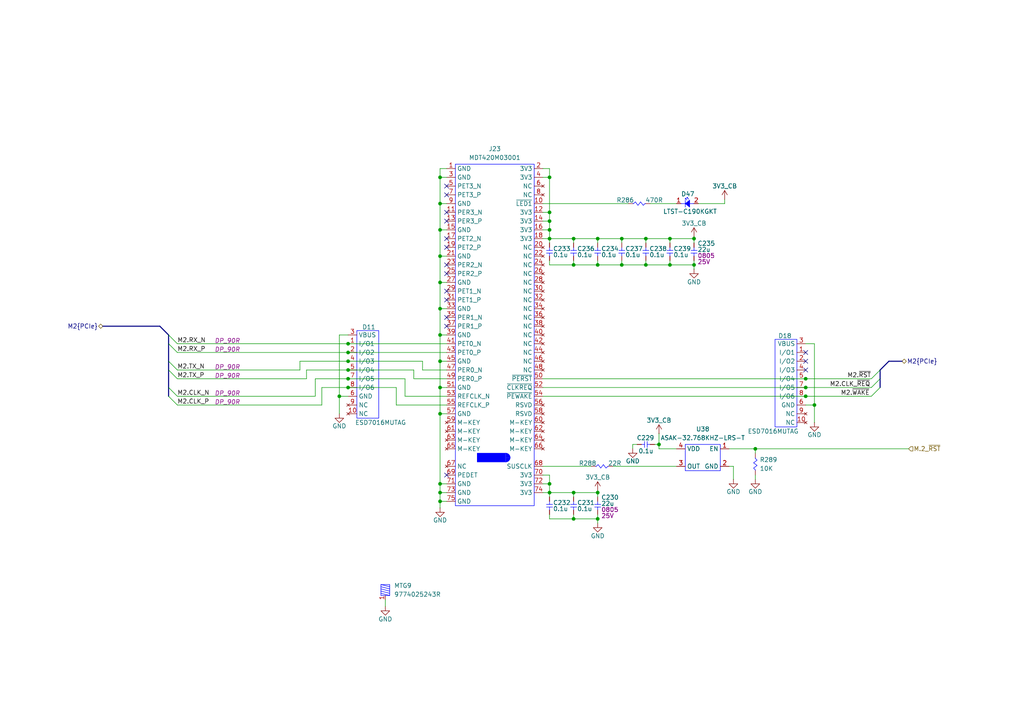
<source format=kicad_sch>
(kicad_sch (version 20250114) (generator "eeschema") (generator_version "9.0")
  (paper "A4")
  (title_block (title "RPI CMx Carrier") (date "2026-01-22") (rev "2.00-0A") (comment 1 "Jean-Francois Bilodeau") (comment 2 "P.Eng #6022173") (comment 3 "203-1690 Rue des quatre-saisons") (comment 4 "Sherbrooke, Canada, J1E0N2") (comment 5 "KiCad Rev 9.0") (comment 6 "Jean-Francois Bilodeau") (comment 7 "Not applicable") (comment 8 "Preliminary") (comment 9 "RPI_CMx_Carrier_2.00-0A_BOM"))
  (lib_symbols
    (symbol "KiCad_Pwr_Symbols:+3V3" (power) (pin_numbers (hide yes)) (pin_names (offset 0) (hide yes))
      (property "Value" "+3V3" (at 0 3.556 0))
      (symbol "+3V3_0_1"
        (polyline (pts (xy -0.762 1.27) (xy 0 2.54)))
        (polyline (pts (xy 0 2.54) (xy 0.762 1.27)))
        (polyline (pts (xy 0 0) (xy 0 2.54)))
      )
      (symbol "+3V3_1_1"
        (pin power_in line (at 0 0 90) (length 0) (name "~") (number "1"))
      )
    )
    (symbol "KiCad_Pwr_Symbols:GND" (power) (pin_numbers (hide yes)) (pin_names (offset 0) (hide yes))
      (property "Value" "GND" (at 0 -3.81 0))
      (symbol "GND_0_1"
        (polyline (pts (xy 0 0) (xy 0 -1.27) (xy 1.27 -1.27) (xy 0 -2.54) (xy -1.27 -1.27) (xy 0 -1.27)))
      )
      (symbol "GND_1_1"
        (pin power_in line (at 0 0 270) (length 0) (name "~") (number "1"))
      )
    )
    (symbol "KicadCompDb:Capacitors/CAP_CER_SMT_00001" (pin_numbers (hide yes)) (pin_names (offset 0) (hide yes))
      (property "Reference" "C" (at 2.54 1.651 0))
      (property "Value" "0.1u" (at 1.524 -1.524 0))
      (symbol "Capacitors/CAP_CER_SMT_00001_1_1"
        (polyline (pts (xy 2.159 0.889) (xy 2.159 -0.889)) (stroke (width 0) (color 0 0 255 1)))
        (polyline (pts (xy 2.159 0) (xy 1.27 0)) (stroke (width 0) (color 0 0 255 1)))
        (polyline (pts (xy 2.921 0.889) (xy 2.921 -0.889)) (stroke (width 0) (color 0 0 255 1)))
        (polyline (pts (xy 3.81 0) (xy 2.921 0)) (stroke (width 0) (color 0 0 255 1)))
        (pin passive line (at 0 0 0) (length 1.27) (name "") (number "1"))
        (pin passive line (at 5.08 0 180) (length 1.27) (name "") (number "2"))
      )
    )
    (symbol "KicadCompDb:Capacitors/CAP_CER_SMT_00011" (pin_numbers (hide yes)) (pin_names (offset 0) (hide yes))
      (property "Reference" "C" (at 2.54 1.651 0))
      (property "Value" "22u" (at 1.524 -1.524 0))
      (property "Package" "0805" (at 0 -16.256 0))
      (property "Voltage Rating" "25V" (at 0 0 0))
      (symbol "Capacitors/CAP_CER_SMT_00011_1_1"
        (polyline (pts (xy 2.159 0.889) (xy 2.159 -0.889)) (stroke (width 0) (color 0 0 255 1)))
        (polyline (pts (xy 2.159 0) (xy 1.27 0)) (stroke (width 0) (color 0 0 255 1)))
        (polyline (pts (xy 2.921 0.889) (xy 2.921 -0.889)) (stroke (width 0) (color 0 0 255 1)))
        (polyline (pts (xy 3.81 0) (xy 2.921 0)) (stroke (width 0) (color 0 0 255 1)))
        (pin passive line (at 0 0 0) (length 1.27) (name "") (number "1"))
        (pin passive line (at 5.08 0 180) (length 1.27) (name "") (number "2"))
      )
    )
    (symbol "KicadCompDb:Connector/CONN_00021"
      (property "Reference" "J" (at 6.35 1.27 0))
      (property "Value" "MDT420M03001" (at 0 0 0))
      (symbol "Connector/CONN_00021_0_1"
        (polyline (pts (xy 14.605 -83.82) (xy 6.35 -83.82) (xy 6.35 -86.36) (xy 14.605 -86.36)) (stroke (width 0) (color 0 0 255 1)) (fill (type outline)))
        (arc (start 14.605 -83.82) (mid 15.503 -84.192) (end 15.875 -85.09) (stroke (width 0) (color 0 0 255 1)) (fill (type outline)))
        (arc (start 15.875 -85.09) (mid 15.503 -85.988) (end 14.605 -86.36) (stroke (width 0) (color 0 0 255 1)) (fill (type outline)))
      )
      (symbol "Connector/CONN_00021_1_0"
        (pin output line (at -2.54 -52.07 0) (length 2.54) (name "PET0_N") (number "41"))
        (pin output line (at -2.54 -54.61 0) (length 2.54) (name "PET0_P") (number "43"))
        (pin power_in line (at -2.54 -57.15 0) (length 2.54) (name "GND") (number "45"))
        (pin input line (at -2.54 -59.69 0) (length 2.54) (name "PER0_N") (number "47"))
        (pin input line (at -2.54 -62.23 0) (length 2.54) (name "PER0_P") (number "49"))
        (pin power_in line (at -2.54 -64.77 0) (length 2.54) (name "GND") (number "51"))
        (pin input line (at -2.54 -67.31 0) (length 2.54) (name "REFCLK_N") (number "53"))
        (pin input line (at -2.54 -69.85 0) (length 2.54) (name "REFCLK_P") (number "55"))
        (pin power_in line (at -2.54 -72.39 0) (length 2.54) (name "GND") (number "57"))
        (pin no_connect line (at -2.54 -74.93 0) (length 2.54) (name "M-KEY") (number "59"))
        (pin no_connect line (at -2.54 -77.47 0) (length 2.54) (name "M-KEY") (number "61"))
        (pin no_connect line (at -2.54 -80.01 0) (length 2.54) (name "M-KEY") (number "63"))
        (pin no_connect line (at -2.54 -82.55 0) (length 2.54) (name "M-KEY") (number "65"))
        (pin no_connect line (at -2.54 -87.63 0) (length 2.54) (name "NC") (number "67"))
        (pin input line (at -2.54 -90.17 0) (length 2.54) (name "PEDET") (number "69"))
        (pin power_in line (at -2.54 -92.71 0) (length 2.54) (name "GND") (number "71"))
        (pin power_in line (at -2.54 -95.25 0) (length 2.54) (name "GND") (number "73"))
        (pin power_in line (at -2.54 -97.79 0) (length 2.54) (name "GND") (number "75"))
        (pin no_connect line (at 25.4 -52.07 180) (length 2.54) (name "NC") (number "42"))
        (pin no_connect line (at 25.4 -54.61 180) (length 2.54) (name "NC") (number "44"))
        (pin no_connect line (at 25.4 -57.15 180) (length 2.54) (name "NC") (number "46"))
        (pin no_connect line (at 25.4 -59.69 180) (length 2.54) (name "NC") (number "48"))
        (pin input line (at 25.4 -62.23 180) (length 2.54) (name "~{PERST}") (number "50"))
        (pin bidirectional line (at 25.4 -64.77 180) (length 2.54) (name "~{CLKREQ}") (number "52"))
        (pin bidirectional line (at 25.4 -67.31 180) (length 2.54) (name "~{PEWAKE}") (number "54"))
        (pin no_connect line (at 25.4 -69.85 180) (length 2.54) (name "RSVD") (number "56"))
        (pin no_connect line (at 25.4 -72.39 180) (length 2.54) (name "RSVD") (number "58"))
        (pin no_connect line (at 25.4 -74.93 180) (length 2.54) (name "M-KEY") (number "60"))
        (pin no_connect line (at 25.4 -77.47 180) (length 2.54) (name "M-KEY") (number "62"))
        (pin no_connect line (at 25.4 -80.01 180) (length 2.54) (name "M-KEY") (number "64"))
        (pin no_connect line (at 25.4 -82.55 180) (length 2.54) (name "M-KEY") (number "66"))
        (pin input line (at 25.4 -87.63 180) (length 2.54) (name "SUSCLK") (number "68"))
        (pin power_in line (at 25.4 -90.17 180) (length 2.54) (name "3V3") (number "70"))
        (pin power_in line (at 25.4 -92.71 180) (length 2.54) (name "3V3") (number "72"))
        (pin power_in line (at 25.4 -95.25 180) (length 2.54) (name "3V3") (number "74"))
      )
      (symbol "Connector/CONN_00021_1_1"
        (rectangle (start 0 0) (end 22.86 -99.06) (stroke (width 0) (color 0 0 255 1)))
        (pin power_in line (at -2.54 -1.27 0) (length 2.54) (name "GND") (number "1"))
        (pin power_in line (at -2.54 -3.81 0) (length 2.54) (name "GND") (number "3"))
        (pin output line (at -2.54 -6.35 0) (length 2.54) (name "PET3_N") (number "5"))
        (pin output line (at -2.54 -8.89 0) (length 2.54) (name "PET3_P") (number "7"))
        (pin power_in line (at -2.54 -11.43 0) (length 2.54) (name "GND") (number "9"))
        (pin input line (at -2.54 -13.97 0) (length 2.54) (name "PER3_N") (number "11"))
        (pin input line (at -2.54 -16.51 0) (length 2.54) (name "PER3_P") (number "13"))
        (pin power_in line (at -2.54 -19.05 0) (length 2.54) (name "GND") (number "15"))
        (pin output line (at -2.54 -21.59 0) (length 2.54) (name "PET2_N") (number "17"))
        (pin output line (at -2.54 -24.13 0) (length 2.54) (name "PET2_P") (number "19"))
        (pin power_in line (at -2.54 -26.67 0) (length 2.54) (name "GND") (number "21"))
        (pin input line (at -2.54 -29.21 0) (length 2.54) (name "PER2_N") (number "23"))
        (pin input line (at -2.54 -31.75 0) (length 2.54) (name "PER2_P") (number "25"))
        (pin power_in line (at -2.54 -34.29 0) (length 2.54) (name "GND") (number "27"))
        (pin output line (at -2.54 -36.83 0) (length 2.54) (name "PET1_N") (number "29"))
        (pin output line (at -2.54 -39.37 0) (length 2.54) (name "PET1_P") (number "31"))
        (pin power_in line (at -2.54 -41.91 0) (length 2.54) (name "GND") (number "33"))
        (pin input line (at -2.54 -44.45 0) (length 2.54) (name "PER1_N") (number "35"))
        (pin input line (at -2.54 -46.99 0) (length 2.54) (name "PER1_P") (number "37"))
        (pin power_in line (at -2.54 -49.53 0) (length 2.54) (name "GND") (number "39"))
        (pin no_connect line (at 11.43 -101.6 90) (length 2.54) (hide yes) (name "NC") (number "0"))
        (pin power_in line (at 25.4 -1.27 180) (length 2.54) (name "3V3") (number "2"))
        (pin power_in line (at 25.4 -3.81 180) (length 2.54) (name "3V3") (number "4"))
        (pin no_connect line (at 25.4 -6.35 180) (length 2.54) (name "NC") (number "6"))
        (pin no_connect line (at 25.4 -8.89 180) (length 2.54) (name "NC") (number "8"))
        (pin output line (at 25.4 -11.43 180) (length 2.54) (name "~{LED1}") (number "10"))
        (pin power_in line (at 25.4 -13.97 180) (length 2.54) (name "3V3") (number "12"))
        (pin power_in line (at 25.4 -16.51 180) (length 2.54) (name "3V3") (number "14"))
        (pin power_in line (at 25.4 -19.05 180) (length 2.54) (name "3V3") (number "16"))
        (pin power_in line (at 25.4 -21.59 180) (length 2.54) (name "3V3") (number "18"))
        (pin no_connect line (at 25.4 -24.13 180) (length 2.54) (name "NC") (number "20"))
        (pin no_connect line (at 25.4 -26.67 180) (length 2.54) (name "NC") (number "22"))
        (pin no_connect line (at 25.4 -29.21 180) (length 2.54) (name "NC") (number "24"))
        (pin no_connect line (at 25.4 -31.75 180) (length 2.54) (name "NC") (number "26"))
        (pin no_connect line (at 25.4 -34.29 180) (length 2.54) (name "NC") (number "28"))
        (pin no_connect line (at 25.4 -36.83 180) (length 2.54) (name "NC") (number "30"))
        (pin no_connect line (at 25.4 -39.37 180) (length 2.54) (name "NC") (number "32"))
        (pin no_connect line (at 25.4 -41.91 180) (length 2.54) (name "NC") (number "34"))
        (pin no_connect line (at 25.4 -44.45 180) (length 2.54) (name "NC") (number "36"))
        (pin no_connect line (at 25.4 -46.99 180) (length 2.54) (name "NC") (number "38"))
        (pin no_connect line (at 25.4 -49.53 180) (length 2.54) (name "NC") (number "40"))
      )
    )
    (symbol "KicadCompDb:Diodes/DIODE_00007" (pin_names (offset 0) (hide yes))
      (property "Reference" "D" (at 2.032 2.794 0))
      (property "Value" "LTST-C190KGKT" (at 1.524 -1.524 0))
      (symbol "Diodes/DIODE_00007_0_1"
        (polyline (pts (xy 1.27 1.524) (xy 1.524 1.524)) (stroke (width 0) (color 0 0 255 1)))
        (polyline (pts (xy 1.27 0.254) (xy 1.27 -1.016) (xy 1.27 -1.016)) (stroke (width 0) (color 0 0 255 1)))
        (polyline (pts (xy 1.27 0) (xy 0.254 0)) (stroke (width 0) (color 0 0 255 1)))
        (polyline (pts (xy 1.27 0) (xy 1.27 0.508) (xy 1.27 1.016) (xy 1.27 1.016)) (stroke (width 0) (color 0 0 255 1)))
        (polyline (pts (xy 1.778 1.778) (xy 1.778 1.524)) (stroke (width 0) (color 0 0 255 1)))
        (polyline (pts (xy 1.778 1.778) (xy 2.032 1.778)) (stroke (width 0) (color 0 0 255 1)))
        (polyline (pts (xy 1.778 1.016) (xy 1.27 1.524) (xy 1.27 1.27)) (stroke (width 0) (color 0 0 255 1)))
        (polyline (pts (xy 2.286 1.27) (xy 1.778 1.778)) (stroke (width 0) (color 0 0 255 1)))
        (polyline (pts (xy 2.54 0) (xy 3.556 0)) (stroke (width 0) (color 0 0 255 1)))
        (polyline (pts (xy 2.54 0) (xy 2.54 1.016) (xy 1.27 0) (xy 2.54 -1.016) (xy 2.54 0)) (stroke (width 0) (color 0 0 255 1)) (fill (type outline)))
      )
      (symbol "Diodes/DIODE_00007_1_1"
        (polyline (pts (xy 0.254 0) (xy 0 0)) (stroke (width 0) (color 0 0 255 1)))
        (polyline (pts (xy 3.81 0) (xy 3.556 0)) (stroke (width 0) (color 0 0 255 1)))
        (pin passive line (at -1.27 0 0) (length 1.27) (name "K") (number "1"))
        (pin passive line (at 5.08 0 180) (length 1.27) (name "A") (number "2"))
      )
    )
    (symbol "KicadCompDb:ESD Diodes/ESD_DIODE_00001"
      (property "Reference" "D" (at 3.048 1.016 0))
      (property "Value" "ESD7016MUTAG" (at 0 0 0))
      (symbol "ESD Diodes/ESD_DIODE_00001_0_1"
        (rectangle (start 0 0) (end 6.35 -25.4) (stroke (width 0) (color 0 0 255 1)))
      )
      (symbol "ESD Diodes/ESD_DIODE_00001_1_1"
        (pin power_in line (at -2.54 -1.27 0) (length 2.54) (name "VBUS") (number "3"))
        (pin input line (at -2.54 -3.81 0) (length 2.54) (name "I/O1") (number "1"))
        (pin input line (at -2.54 -6.35 0) (length 2.54) (name "I/O2") (number "2"))
        (pin input line (at -2.54 -8.89 0) (length 2.54) (name "I/O3") (number "4"))
        (pin input line (at -2.54 -11.43 0) (length 2.54) (name "I/O4") (number "5"))
        (pin input line (at -2.54 -13.97 0) (length 2.54) (name "I/O5") (number "7"))
        (pin input line (at -2.54 -16.51 0) (length 2.54) (name "I/O6") (number "8"))
        (pin power_in line (at -2.54 -19.05 0) (length 2.54) (name "GND") (number "6"))
        (pin no_connect line (at -2.54 -21.59 0) (length 2.54) (name "NC") (number "9"))
        (pin no_connect line (at -2.54 -24.13 0) (length 2.54) (name "NC") (number "10"))
      )
    )
    (symbol "KicadCompDb:Miscellaneous/MISC_00009"
      (property "Reference" "MTG" (at 1.27 1.27 0))
      (property "Value" "9774025243R" (at 0 0 0))
      (symbol "Miscellaneous/MISC_00009_0_1"
        (polyline (pts (xy 0 0) (xy 2.54 -0.635)) (stroke (width 0) (color 0 0 255 1)))
        (rectangle (start 0 0) (end 2.54 -3.175) (stroke (width 0) (color 0 0 255 1)))
        (polyline (pts (xy 0 -0.635) (xy 2.54 -1.27)) (stroke (width 0) (color 0 0 255 1)))
        (polyline (pts (xy 0 -1.27) (xy 2.54 -1.905)) (stroke (width 0) (color 0 0 255 1)))
        (polyline (pts (xy 0 -1.905) (xy 2.54 -2.54)) (stroke (width 0) (color 0 0 255 1)))
        (polyline (pts (xy 0 -2.54) (xy 2.54 -3.175)) (stroke (width 0) (color 0 0 255 1)))
      )
      (symbol "Miscellaneous/MISC_00009_1_1"
        (pin power_in line (at 1.27 -4.445 90) (length 1.27) (name "") (number "1"))
      )
    )
    (symbol "KicadCompDb:Oscillator/OSC_00002"
      (property "Reference" "U" (at 5.08 1.016 0))
      (property "Value" "ASAK-32.768KHZ-LRS-T" (at 0 0 0))
      (symbol "Oscillator/OSC_00002_0_1"
        (rectangle (start 0 0) (end 10.16 -7.62) (stroke (width 0) (color 0 0 255 1)))
        (polyline (pts (xy 3.556 -3.81) (xy 3.556 -3.81)) (stroke (width 0) (color 0 0 255 1)))
        (polyline (pts (xy 10.16 -3.81) (xy 10.16 -3.81)) (stroke (width 0) (color 0 0 255 1)))
      )
      (symbol "Oscillator/OSC_00002_1_1"
        (pin input line (at -2.54 -1.27 0) (length 2.54) (name "EN") (number "1"))
        (pin power_in line (at -2.54 -6.35 0) (length 2.54) (name "GND") (number "2"))
        (pin power_in line (at 12.7 -1.27 180) (length 2.54) (name "VDD") (number "4"))
        (pin output line (at 12.7 -6.35 180) (length 2.54) (name "OUT") (number "3"))
      )
    )
    (symbol "KicadCompDb:Resistors/RES_SMT_00013" (pin_numbers (hide yes)) (pin_names (offset 0) (hide yes))
      (property "Reference" "R" (at 1.524 1.524 0))
      (property "Value" "10K" (at 1.524 -1.524 0))
      (symbol "Resistors/RES_SMT_00013_1_1"
        (polyline (pts (xy 0.254 0) (xy 0 0)) (stroke (width 0) (color 0 0 255 1)))
        (polyline (pts (xy 0.254 0) (xy 0.762 0.508) (xy 1.524 -0.508) (xy 2.286 0.508) (xy 3.048 -0.508) (xy 3.556 0)) (stroke (width 0) (color 0 0 255 1)))
        (polyline (pts (xy 3.81 0) (xy 3.556 0)) (stroke (width 0) (color 0 0 255 1)))
        (pin passive line (at -1.27 0 0) (length 1.27) (name "") (number "1"))
        (pin passive line (at 5.08 0 180) (length 1.27) (name "") (number "2"))
      )
    )
    (symbol "KicadCompDb:Resistors/RES_SMT_00015" (pin_numbers (hide yes)) (pin_names (offset 0) (hide yes))
      (property "Reference" "R" (at 1.524 1.524 0))
      (property "Value" "22R" (at 1.524 -1.524 0))
      (symbol "Resistors/RES_SMT_00015_1_1"
        (polyline (pts (xy 0.254 0) (xy 0 0)) (stroke (width 0) (color 0 0 255 1)))
        (polyline (pts (xy 0.254 0) (xy 0.762 0.508) (xy 1.524 -0.508) (xy 2.286 0.508) (xy 3.048 -0.508) (xy 3.556 0)) (stroke (width 0) (color 0 0 255 1)))
        (polyline (pts (xy 3.81 0) (xy 3.556 0)) (stroke (width 0) (color 0 0 255 1)))
        (pin passive line (at -1.27 0 0) (length 1.27) (name "") (number "1"))
        (pin passive line (at 5.08 0 180) (length 1.27) (name "") (number "2"))
      )
    )
    (symbol "KicadCompDb:Resistors/RES_SMT_00019" (pin_numbers (hide yes)) (pin_names (offset 0) (hide yes))
      (property "Reference" "R" (at 1.524 1.524 0))
      (property "Value" "470R" (at 1.524 -1.524 0))
      (symbol "Resistors/RES_SMT_00019_1_1"
        (polyline (pts (xy 0.254 0) (xy 0 0)) (stroke (width 0) (color 0 0 255 1)))
        (polyline (pts (xy 0.254 0) (xy 0.762 0.508) (xy 1.524 -0.508) (xy 2.286 0.508) (xy 3.048 -0.508) (xy 3.556 0)) (stroke (width 0) (color 0 0 255 1)))
        (polyline (pts (xy 3.81 0) (xy 3.556 0)) (stroke (width 0) (color 0 0 255 1)))
        (pin passive line (at -1.27 0 0) (length 1.27) (name "") (number "1"))
        (pin passive line (at 5.08 0 180) (length 1.27) (name "") (number "2"))
      )
    )
  )
  (junction (at 180.34 76.835))
  (junction (at 173.355 69.215))
  (junction (at 173.355 150.495))
  (junction (at 233.68 109.855))
  (junction (at 127.635 140.335))
  (junction (at 159.385 61.595))
  (junction (at 166.37 69.215))
  (junction (at 100.965 107.315))
  (junction (at 127.635 145.415))
  (junction (at 127.635 74.295))
  (junction (at 159.385 140.335))
  (junction (at 219.075 130.175))
  (junction (at 127.635 112.395))
  (junction (at 166.37 142.875))
  (junction (at 127.635 97.155))
  (junction (at 173.355 76.835))
  (junction (at 100.965 104.775))
  (junction (at 127.635 59.055))
  (junction (at 127.635 120.015))
  (junction (at 100.965 102.235))
  (junction (at 194.31 76.835))
  (junction (at 194.31 69.215))
  (junction (at 201.295 76.835))
  (junction (at 233.68 114.935))
  (junction (at 201.295 69.215))
  (junction (at 159.385 142.875))
  (junction (at 159.385 69.215))
  (junction (at 236.22 117.475))
  (junction (at 127.635 104.775))
  (junction (at 100.965 112.395))
  (junction (at 187.325 76.835))
  (junction (at 100.965 109.855))
  (junction (at 127.635 89.535))
  (junction (at 180.34 69.215))
  (junction (at 159.385 51.435))
  (junction (at 127.635 81.915))
  (junction (at 233.68 112.395))
  (junction (at 159.385 66.675))
  (junction (at 166.37 76.835))
  (junction (at 191.135 128.905))
  (junction (at 127.635 142.875))
  (junction (at 100.965 99.695))
  (junction (at 173.355 142.875))
  (junction (at 98.425 114.935))
  (junction (at 127.635 51.435))
  (junction (at 166.37 150.495))
  (junction (at 127.635 66.675))
  (junction (at 187.325 69.215))
  (junction (at 159.385 64.135))
  (no_connect (at 129.54 92.075))
  (no_connect (at 129.54 86.995))
  (no_connect (at 129.54 56.515))
  (no_connect (at 129.54 94.615))
  (no_connect (at 129.54 76.835))
  (no_connect (at 233.68 107.315))
  (no_connect (at 129.54 79.375))
  (no_connect (at 129.54 64.135))
  (no_connect (at 129.54 84.455))
  (no_connect (at 129.54 53.975))
  (no_connect (at 233.68 102.235))
  (no_connect (at 129.54 71.755))
  (no_connect (at 129.54 61.595))
  (no_connect (at 233.68 104.775))
  (no_connect (at 129.54 137.795))
  (no_connect (at 129.54 69.215))
  (bus_entry (at 51.435 114.935) (size -2.54 -2.54))
  (bus_entry (at 51.435 109.855) (size -2.54 -2.54))
  (bus_entry (at 252.73 109.855) (size 2.54 -2.54))
  (bus_entry (at 51.435 117.475) (size -2.54 -2.54))
  (bus_entry (at 252.73 114.935) (size 2.54 -2.54))
  (bus_entry (at 51.435 99.695) (size -2.54 -2.54))
  (bus_entry (at 51.435 107.315) (size -2.54 -2.54))
  (bus_entry (at 51.435 102.235) (size -2.54 -2.54))
  (bus_entry (at 252.73 112.395) (size 2.54 -2.54))
  (wire (pts (xy 51.435 109.855) (xy 88.9 109.855)))
  (wire (pts (xy 100.965 102.235) (xy 129.54 102.235)))
  (bus (pts (xy 48.895 99.695) (xy 48.895 104.775)))
  (wire (pts (xy 159.385 48.895) (xy 159.385 51.435)))
  (wire (pts (xy 98.425 97.155) (xy 98.425 114.935)))
  (wire (pts (xy 233.68 114.935) (xy 252.73 114.935)))
  (wire (pts (xy 100.965 99.695) (xy 129.54 99.695)))
  (wire (pts (xy 91.44 109.855) (xy 100.965 109.855)))
  (wire (pts (xy 159.385 61.595) (xy 159.385 64.135)))
  (wire (pts (xy 166.37 75.565) (xy 166.37 76.835)))
  (wire (pts (xy 159.385 70.485) (xy 159.385 69.215)))
  (wire (pts (xy 187.325 69.215) (xy 194.31 69.215)))
  (wire (pts (xy 173.355 150.495) (xy 173.355 151.765)))
  (wire (pts (xy 122.555 107.315) (xy 129.54 107.315)))
  (wire (pts (xy 173.355 69.215) (xy 180.34 69.215)))
  (wire (pts (xy 51.435 99.695) (xy 100.965 99.695)))
  (wire (pts (xy 98.425 114.935) (xy 98.425 120.015)))
  (wire (pts (xy 188.595 59.055) (xy 196.215 59.055)))
  (wire (pts (xy 236.22 99.695) (xy 236.22 117.475)))
  (wire (pts (xy 88.9 107.315) (xy 88.9 109.855)))
  (wire (pts (xy 159.385 140.335) (xy 159.385 142.875)))
  (wire (pts (xy 159.385 144.145) (xy 159.385 142.875)))
  (wire (pts (xy 180.34 75.565) (xy 180.34 76.835)))
  (wire (pts (xy 219.075 130.175) (xy 219.075 131.445)))
  (wire (pts (xy 159.385 75.565) (xy 159.385 76.835)))
  (bus (pts (xy 255.27 109.855) (xy 255.27 112.395)))
  (wire (pts (xy 100.965 112.395) (xy 114.935 112.395)))
  (wire (pts (xy 157.48 48.895) (xy 159.385 48.895)))
  (wire (pts (xy 127.635 97.155) (xy 127.635 104.775)))
  (wire (pts (xy 166.37 76.835) (xy 173.355 76.835)))
  (wire (pts (xy 173.355 142.24) (xy 173.355 142.875)))
  (wire (pts (xy 127.635 145.415) (xy 129.54 145.415)))
  (wire (pts (xy 117.475 114.935) (xy 129.54 114.935)))
  (wire (pts (xy 236.22 99.695) (xy 233.68 99.695)))
  (wire (pts (xy 127.635 51.435) (xy 127.635 59.055)))
  (wire (pts (xy 187.325 75.565) (xy 187.325 76.835)))
  (wire (pts (xy 173.355 144.145) (xy 173.355 142.875)))
  (wire (pts (xy 236.22 117.475) (xy 236.22 122.555)))
  (wire (pts (xy 93.345 112.395) (xy 93.345 117.475)))
  (wire (pts (xy 201.295 76.835) (xy 201.295 78.105)))
  (wire (pts (xy 157.48 137.795) (xy 159.385 137.795)))
  (wire (pts (xy 166.37 69.215) (xy 173.355 69.215)))
  (wire (pts (xy 194.31 76.835) (xy 187.325 76.835)))
  (wire (pts (xy 127.635 74.295) (xy 127.635 81.915)))
  (wire (pts (xy 93.345 112.395) (xy 100.965 112.395)))
  (wire (pts (xy 91.44 109.855) (xy 91.44 114.935)))
  (wire (pts (xy 120.015 107.315) (xy 120.015 109.855)))
  (bus (pts (xy 48.895 104.775) (xy 48.895 107.315)))
  (wire (pts (xy 114.935 117.475) (xy 129.54 117.475)))
  (wire (pts (xy 157.48 69.215) (xy 159.385 69.215)))
  (wire (pts (xy 233.68 109.855) (xy 252.73 109.855)))
  (wire (pts (xy 127.635 120.015) (xy 129.54 120.015)))
  (wire (pts (xy 201.295 75.565) (xy 201.295 76.835)))
  (wire (pts (xy 127.635 104.775) (xy 127.635 112.395)))
  (wire (pts (xy 157.48 142.875) (xy 159.385 142.875)))
  (wire (pts (xy 180.34 70.485) (xy 180.34 69.215)))
  (wire (pts (xy 127.635 112.395) (xy 129.54 112.395)))
  (wire (pts (xy 159.385 142.875) (xy 166.37 142.875)))
  (wire (pts (xy 210.185 57.785) (xy 210.185 59.055)))
  (wire (pts (xy 111.76 173.99) (xy 111.76 175.895)))
  (wire (pts (xy 157.48 64.135) (xy 159.385 64.135)))
  (wire (pts (xy 127.635 145.415) (xy 127.635 147.32)))
  (wire (pts (xy 180.34 76.835) (xy 173.355 76.835)))
  (wire (pts (xy 233.68 117.475) (xy 236.22 117.475)))
  (wire (pts (xy 100.965 107.315) (xy 120.015 107.315)))
  (wire (pts (xy 120.015 109.855) (xy 129.54 109.855)))
  (wire (pts (xy 127.635 81.915) (xy 127.635 89.535)))
  (wire (pts (xy 127.635 97.155) (xy 129.54 97.155)))
  (wire (pts (xy 127.635 140.335) (xy 127.635 142.875)))
  (bus (pts (xy 48.895 97.155) (xy 48.895 99.695)))
  (wire (pts (xy 127.635 48.895) (xy 127.635 51.435)))
  (bus (pts (xy 48.895 112.395) (xy 48.895 114.935)))
  (wire (pts (xy 183.515 128.905) (xy 183.515 130.175)))
  (wire (pts (xy 157.48 140.335) (xy 159.385 140.335)))
  (wire (pts (xy 51.435 102.235) (xy 100.965 102.235)))
  (wire (pts (xy 177.8 135.255) (xy 196.215 135.255)))
  (wire (pts (xy 114.935 112.395) (xy 114.935 117.475)))
  (wire (pts (xy 159.385 149.225) (xy 159.385 150.495)))
  (wire (pts (xy 201.295 70.485) (xy 201.295 69.215)))
  (wire (pts (xy 157.48 51.435) (xy 159.385 51.435)))
  (wire (pts (xy 86.995 104.775) (xy 100.965 104.775)))
  (wire (pts (xy 211.455 135.255) (xy 212.725 135.255)))
  (wire (pts (xy 127.635 51.435) (xy 129.54 51.435)))
  (wire (pts (xy 157.48 109.855) (xy 233.68 109.855)))
  (bus (pts (xy 257.81 104.775) (xy 255.27 107.315)))
  (wire (pts (xy 263.525 130.175) (xy 219.075 130.175)))
  (wire (pts (xy 183.515 128.905) (xy 184.785 128.905)))
  (wire (pts (xy 157.48 114.935) (xy 233.68 114.935)))
  (wire (pts (xy 51.435 107.315) (xy 86.995 107.315)))
  (bus (pts (xy 29.845 94.615) (xy 46.355 94.615)))
  (wire (pts (xy 202.565 59.055) (xy 210.185 59.055)))
  (wire (pts (xy 194.31 70.485) (xy 194.31 69.215)))
  (wire (pts (xy 117.475 109.855) (xy 117.475 114.935)))
  (wire (pts (xy 127.635 66.675) (xy 129.54 66.675)))
  (wire (pts (xy 194.31 69.215) (xy 201.295 69.215)))
  (wire (pts (xy 187.325 76.835) (xy 180.34 76.835)))
  (wire (pts (xy 191.135 128.905) (xy 191.135 130.175)))
  (wire (pts (xy 166.37 144.145) (xy 166.37 142.875)))
  (wire (pts (xy 127.635 74.295) (xy 129.54 74.295)))
  (wire (pts (xy 127.635 89.535) (xy 129.54 89.535)))
  (wire (pts (xy 51.435 117.475) (xy 93.345 117.475)))
  (wire (pts (xy 127.635 89.535) (xy 127.635 97.155)))
  (wire (pts (xy 191.135 125.73) (xy 191.135 128.905)))
  (wire (pts (xy 86.995 104.775) (xy 86.995 107.315)))
  (wire (pts (xy 166.37 142.875) (xy 173.355 142.875)))
  (wire (pts (xy 166.37 150.495) (xy 166.37 149.225)))
  (wire (pts (xy 88.9 107.315) (xy 100.965 107.315)))
  (wire (pts (xy 159.385 66.675) (xy 159.385 69.215)))
  (wire (pts (xy 159.385 64.135) (xy 159.385 66.675)))
  (wire (pts (xy 166.37 69.215) (xy 166.37 70.485)))
  (wire (pts (xy 159.385 76.835) (xy 166.37 76.835)))
  (wire (pts (xy 127.635 142.875) (xy 129.54 142.875)))
  (wire (pts (xy 100.965 114.935) (xy 98.425 114.935)))
  (wire (pts (xy 157.48 112.395) (xy 233.68 112.395)))
  (wire (pts (xy 173.355 150.495) (xy 166.37 150.495)))
  (wire (pts (xy 127.635 66.675) (xy 127.635 74.295)))
  (bus (pts (xy 48.895 107.315) (xy 48.895 112.395)))
  (wire (pts (xy 159.385 150.495) (xy 166.37 150.495)))
  (wire (pts (xy 127.635 142.875) (xy 127.635 145.415)))
  (wire (pts (xy 100.965 104.775) (xy 122.555 104.775)))
  (wire (pts (xy 127.635 81.915) (xy 129.54 81.915)))
  (wire (pts (xy 159.385 69.215) (xy 166.37 69.215)))
  (wire (pts (xy 189.865 128.905) (xy 191.135 128.905)))
  (wire (pts (xy 219.075 137.795) (xy 219.075 139.065)))
  (wire (pts (xy 127.635 48.895) (xy 129.54 48.895)))
  (wire (pts (xy 233.68 112.395) (xy 252.73 112.395)))
  (wire (pts (xy 157.48 61.595) (xy 159.385 61.595)))
  (wire (pts (xy 212.725 135.255) (xy 212.725 139.065)))
  (wire (pts (xy 173.355 70.485) (xy 173.355 69.215)))
  (wire (pts (xy 157.48 66.675) (xy 159.385 66.675)))
  (wire (pts (xy 191.135 130.175) (xy 196.215 130.175)))
  (wire (pts (xy 159.385 137.795) (xy 159.385 140.335)))
  (wire (pts (xy 127.635 104.775) (xy 129.54 104.775)))
  (bus (pts (xy 46.355 94.615) (xy 48.895 97.155)))
  (wire (pts (xy 122.555 104.775) (xy 122.555 107.315)))
  (bus (pts (xy 261.62 104.775) (xy 257.81 104.775)))
  (wire (pts (xy 127.635 120.015) (xy 127.635 140.335)))
  (wire (pts (xy 127.635 59.055) (xy 129.54 59.055)))
  (wire (pts (xy 219.075 130.175) (xy 211.455 130.175)))
  (wire (pts (xy 187.325 69.215) (xy 187.325 70.485)))
  (wire (pts (xy 180.34 69.215) (xy 187.325 69.215)))
  (wire (pts (xy 127.635 59.055) (xy 127.635 66.675)))
  (wire (pts (xy 173.355 149.225) (xy 173.355 150.495)))
  (wire (pts (xy 173.355 76.835) (xy 173.355 75.565)))
  (wire (pts (xy 201.295 76.835) (xy 194.31 76.835)))
  (wire (pts (xy 157.48 135.255) (xy 171.45 135.255)))
  (wire (pts (xy 100.965 109.855) (xy 117.475 109.855)))
  (wire (pts (xy 194.31 76.835) (xy 194.31 75.565)))
  (wire (pts (xy 157.48 59.055) (xy 182.245 59.055)))
  (wire (pts (xy 127.635 112.395) (xy 127.635 120.015)))
  (wire (pts (xy 159.385 51.435) (xy 159.385 61.595)))
  (wire (pts (xy 98.425 97.155) (xy 100.965 97.155)))
  (bus (pts (xy 255.27 107.315) (xy 255.27 109.855)))
  (wire (pts (xy 201.295 68.58) (xy 201.295 69.215)))
  (wire (pts (xy 51.435 114.935) (xy 91.44 114.935)))
  (wire (pts (xy 127.635 140.335) (xy 129.54 140.335)))
  (label "M2.~{RST}" (at 245.745 109.855 0))
  (label "M2.TX_P" (at 51.435 109.855 0) (property "Netclass" "DP_90R" (at 62.23 108.966 0) (effects (font (italic yes)) (justify left))))
  (label "M2.TX_N" (at 51.435 107.315 0) (property "Netclass" "DP_90R" (at 62.23 106.426 0) (effects (font (italic yes)) (justify left))))
  (label "M2.CLK_P" (at 51.435 117.475 0) (property "Netclass" "DP_90R" (at 62.23 116.586 0) (effects (font (italic yes)) (justify left))))
  (label "M2.RX_N" (at 51.435 99.695 0) (property "Netclass" "DP_90R" (at 62.23 98.806 0) (effects (font (italic yes)) (justify left))))
  (label "M2.CLK_~{REQ}" (at 240.665 112.395 0))
  (label "M2.RX_P" (at 51.435 102.235 0) (property "Netclass" "DP_90R" (at 62.23 101.346 0) (effects (font (italic yes)) (justify left))))
  (label "M2.CLK_N" (at 51.435 114.935 0) (property "Netclass" "DP_90R" (at 62.23 114.046 0) (effects (font (italic yes)) (justify left))))
  (label "M2.~{WAKE}" (at 243.84 114.935 0))
  (hierarchical_label "M2{PCIe}" (shape bidirectional) (at 29.845 94.615 180))
  (hierarchical_label "M.2_~{RST}" (shape input) (at 263.525 130.175 0))
  (hierarchical_label "M2{PCIe}" (shape bidirectional) (at 261.62 104.775 0))
  (symbol (lib_id "KicadCompDb:Capacitors/CAP_CER_SMT_00001") (at 166.37 149.225 90) (unit 1)
    (property "Reference" "C231" (at 167.386 145.796 90) (effects (justify right)))
    (property "Value" "0.1u" (at 167.386 147.574 90) (effects (justify right)))
    (property "Footprint" "footprint:CAP_NONPOL_0402" (effects (hide yes)))
    (property "Datasheet" "https://search.murata.co.jp/Ceramy/image/img/A01X/G101/ENG/GRM155R71H104KE14-01.pdf" (effects (hide yes)))
    (property "Description" "CAP CER 0.1UF 50V X7R 0402" (effects (hide yes)))
    (property "Tolerance" "±10%" (effects (hide yes)))
    (property "Dielectric" "X7R" (effects (hide yes)))
    (property "Package" "0402" (effects (hide yes)))
    (property "Operating Temperature" "-55°C ~ 125°C" (effects (hide yes)))
    (property "Voltage Rating" "50V" (effects (hide yes)))
    (property "Manufacturer" "Murata Electronics" (effects (hide yes)))
    (property "Manufacturer Part Number" "GRM155R71H104KE14D" (effects (hide yes)))
    (property "Distributor" "DigiKey" (effects (hide yes)))
    (property "Distributor Part Number" "490-10700-1-ND" (effects (hide yes)))
    (property "Type" "CER SMT" (effects (hide yes)))
    (property "Dimensions" "1.00mm x 0.50mm" (effects (hide yes)))
  )
  (symbol (lib_id "KicadCompDb:ESD Diodes/ESD_DIODE_00001") (at 103.505 95.885 0) (unit 1)
    (property "Reference" "D11" (at 105.029 94.869 0) (effects (justify left)))
    (property "Value" "ESD7016MUTAG" (at 102.997 122.555 0) (effects (justify left)))
    (property "Footprint" "footprint:UDFN8" (effects (hide yes)))
    (property "Datasheet" "https://www.onsemi.com/pdf/datasheet/esd7016-d.pdf" (effects (hide yes)))
    (property "Description" "TVS DIODE 5VWM 10VC 8UDFN" (effects (hide yes)))
    (property "Type" "ESD TVS SEXT SMT" (effects (hide yes)))
    (property "V(r)" "5V" (effects (hide yes)))
    (property "V(br)" "5.5V" (effects (hide yes)))
    (property "V(cl)" "10V" (effects (hide yes)))
    (property "I(pp)" "1A" (effects (hide yes)))
    (property "Power" "NA" (effects (hide yes)))
    (property "Capacitance" "0.15pF" (effects (hide yes)))
    (property "Operating Temperature" "-55°C ~ 125°C" (effects (hide yes)))
    (property "Package" "8-UDFN" (effects (hide yes)))
    (property "Dimensions" "3.30mm x 1.00mm" (effects (hide yes)))
    (property "Manufacturer" "onsemi" (effects (hide yes)))
    (property "Manufacturer Part Number" "ESD7016MUTAG" (effects (hide yes)))
    (property "Distributor" "DigiKey" (effects (hide yes)))
    (property "Distributor Part Number" "ESD7016MUTAGOSCT-ND" (effects (hide yes)))
  )
  (symbol (lib_id "KiCad_Pwr_Symbols:GND") (at 183.515 130.175 0) (unit 1)
    (property "Reference" "#PWR0392" (effects (hide yes)))
    (property "Value" "GND" (at 183.515 133.731 0))
    (property "Description" "Power symbol creates a global label with name \"GND\" , ground" (effects (hide yes)))
  )
  (symbol (lib_id "KiCad_Pwr_Symbols:GND") (at 98.425 120.015 0) (unit 1)
    (property "Reference" "#PWR0422" (effects (hide yes)))
    (property "Value" "GND" (at 98.425 123.571 0))
    (property "Description" "Power symbol creates a global label with name \"GND\" , ground" (effects (hide yes)))
  )
  (symbol (lib_id "KicadCompDb:ESD Diodes/ESD_DIODE_00001") (at 231.14 98.425 0) (mirror y) (unit 1)
    (property "Reference" "D18" (at 229.616 97.409 0) (effects (justify left)))
    (property "Value" "ESD7016MUTAG" (at 231.648 125.095 0) (effects (justify left)))
    (property "Footprint" "footprint:UDFN8" (effects (hide yes)))
    (property "Datasheet" "https://www.onsemi.com/pdf/datasheet/esd7016-d.pdf" (effects (hide yes)))
    (property "Description" "TVS DIODE 5VWM 10VC 8UDFN" (effects (hide yes)))
    (property "Type" "ESD TVS SEXT SMT" (effects (hide yes)))
    (property "V(r)" "5V" (effects (hide yes)))
    (property "V(br)" "5.5V" (effects (hide yes)))
    (property "V(cl)" "10V" (effects (hide yes)))
    (property "I(pp)" "1A" (effects (hide yes)))
    (property "Power" "NA" (effects (hide yes)))
    (property "Capacitance" "0.15pF" (effects (hide yes)))
    (property "Operating Temperature" "-55°C ~ 125°C" (effects (hide yes)))
    (property "Package" "8-UDFN" (effects (hide yes)))
    (property "Dimensions" "3.30mm x 1.00mm" (effects (hide yes)))
    (property "Manufacturer" "onsemi" (effects (hide yes)))
    (property "Manufacturer Part Number" "ESD7016MUTAG" (effects (hide yes)))
    (property "Distributor" "DigiKey" (effects (hide yes)))
    (property "Distributor Part Number" "ESD7016MUTAGOSCT-ND" (effects (hide yes)))
  )
  (symbol (lib_id "KiCad_Pwr_Symbols:GND") (at 127.635 147.32 0) (unit 1)
    (property "Reference" "#PWR0388" (effects (hide yes)))
    (property "Value" "GND" (at 127.635 150.876 0))
    (property "Description" "Power symbol creates a global label with name \"GND\" , ground" (effects (hide yes)))
  )
  (symbol (lib_id "KiCad_Pwr_Symbols:+3V3") (at 173.355 142.24 0) (unit 1)
    (property "Reference" "#PWR0394" (effects (hide yes)))
    (property "Value" "3V3_CB" (at 173.355 138.43 0))
    (property "Description" "Power symbol creates a global label with name \"+3V3\"" (effects (hide yes)))
  )
  (symbol (lib_id "KicadCompDb:Capacitors/CAP_CER_SMT_00001") (at 159.385 75.565 90) (unit 1)
    (property "Reference" "C233" (at 160.401 72.136 90) (effects (justify right)))
    (property "Value" "0.1u" (at 160.401 73.914 90) (effects (justify right)))
    (property "Footprint" "footprint:CAP_NONPOL_0402" (effects (hide yes)))
    (property "Datasheet" "https://search.murata.co.jp/Ceramy/image/img/A01X/G101/ENG/GRM155R71H104KE14-01.pdf" (effects (hide yes)))
    (property "Description" "CAP CER 0.1UF 50V X7R 0402" (effects (hide yes)))
    (property "Tolerance" "±10%" (effects (hide yes)))
    (property "Dielectric" "X7R" (effects (hide yes)))
    (property "Package" "0402" (effects (hide yes)))
    (property "Operating Temperature" "-55°C ~ 125°C" (effects (hide yes)))
    (property "Voltage Rating" "50V" (effects (hide yes)))
    (property "Manufacturer" "Murata Electronics" (effects (hide yes)))
    (property "Manufacturer Part Number" "GRM155R71H104KE14D" (effects (hide yes)))
    (property "Distributor" "DigiKey" (effects (hide yes)))
    (property "Distributor Part Number" "490-10700-1-ND" (effects (hide yes)))
    (property "Type" "CER SMT" (effects (hide yes)))
    (property "Dimensions" "1.00mm x 0.50mm" (effects (hide yes)))
  )
  (symbol (lib_id "KicadCompDb:Capacitors/CAP_CER_SMT_00001") (at 189.865 128.905 180) (unit 1)
    (property "Reference" "C229" (at 184.658 127 0) (effects (justify right)))
    (property "Value" "0.1u" (at 185.166 130.81 0) (effects (justify right)))
    (property "Footprint" "footprint:CAP_NONPOL_0402" (effects (hide yes)))
    (property "Datasheet" "https://search.murata.co.jp/Ceramy/image/img/A01X/G101/ENG/GRM155R71H104KE14-01.pdf" (effects (hide yes)))
    (property "Description" "CAP CER 0.1UF 50V X7R 0402" (effects (hide yes)))
    (property "Tolerance" "±10%" (effects (hide yes)))
    (property "Dielectric" "X7R" (effects (hide yes)))
    (property "Package" "0402" (effects (hide yes)))
    (property "Operating Temperature" "-55°C ~ 125°C" (effects (hide yes)))
    (property "Voltage Rating" "50V" (effects (hide yes)))
    (property "Manufacturer" "Murata Electronics" (effects (hide yes)))
    (property "Manufacturer Part Number" "GRM155R71H104KE14D" (effects (hide yes)))
    (property "Distributor" "DigiKey" (effects (hide yes)))
    (property "Distributor Part Number" "490-10700-1-ND" (effects (hide yes)))
    (property "Type" "CER SMT" (effects (hide yes)))
    (property "Dimensions" "1.00mm x 0.50mm" (effects (hide yes)))
  )
  (symbol (lib_id "KiCad_Pwr_Symbols:+3V3") (at 191.135 125.73 0) (unit 1)
    (property "Reference" "#PWR0391" (effects (hide yes)))
    (property "Value" "3V3_CB" (at 191.135 121.92 0))
    (property "Description" "Power symbol creates a global label with name \"+3V3\"" (effects (hide yes)))
  )
  (symbol (lib_id "KiCad_Pwr_Symbols:GND") (at 173.355 151.765 0) (mirror y) (unit 1)
    (property "Reference" "#PWR0395" (effects (hide yes)))
    (property "Value" "GND" (at 173.355 155.448 0))
    (property "Description" "Power symbol creates a global label with name \"GND\" , ground" (effects (hide yes)))
  )
  (symbol (lib_id "KicadCompDb:Resistors/RES_SMT_00019") (at 183.515 59.055 0) (unit 1)
    (property "Reference" "R286" (at 181.356 58.039 0))
    (property "Value" "470R" (at 189.738 58.039 0))
    (property "Footprint" "footprint:RES_0402" (effects (hide yes)))
    (property "Datasheet" "https://www.yageogroup.com/content/datasheet/asset/file/PYU-RC_GROUP_51_ROHS_L" (effects (hide yes)))
    (property "Description" "RES 470 OHM 1% 1/16W 0402" (effects (hide yes)))
    (property "Tolerance" "1%" (effects (hide yes)))
    (property "Power" "1/16W" (effects (hide yes)))
    (property "Package" "0402" (effects (hide yes)))
    (property "Manufacturer" "YAGEO" (effects (hide yes)))
    (property "Manufacturer Part Number" "RC0402FR-07470RL" (effects (hide yes)))
    (property "Distributor" "DigiKey" (effects (hide yes)))
    (property "Distributor Part Number" "311-470LRCT-ND" (effects (hide yes)))
    (property "Temperature Coefficient" "±100ppm/°C" (effects (hide yes)))
    (property "Operating Temperature" "-55°C ~ 155°C" (effects (hide yes)))
    (property "Type" "RES SMT" (effects (hide yes)))
    (property "Dimensions" "1.00mm x 0.50mm" (effects (hide yes)))
  )
  (symbol (lib_id "KicadCompDb:Capacitors/CAP_CER_SMT_00001") (at 159.385 149.225 90) (unit 1)
    (property "Reference" "C232" (at 160.401 145.796 90) (effects (justify right)))
    (property "Value" "0.1u" (at 160.401 147.574 90) (effects (justify right)))
    (property "Footprint" "footprint:CAP_NONPOL_0402" (effects (hide yes)))
    (property "Datasheet" "https://search.murata.co.jp/Ceramy/image/img/A01X/G101/ENG/GRM155R71H104KE14-01.pdf" (effects (hide yes)))
    (property "Description" "CAP CER 0.1UF 50V X7R 0402" (effects (hide yes)))
    (property "Tolerance" "±10%" (effects (hide yes)))
    (property "Dielectric" "X7R" (effects (hide yes)))
    (property "Package" "0402" (effects (hide yes)))
    (property "Operating Temperature" "-55°C ~ 125°C" (effects (hide yes)))
    (property "Voltage Rating" "50V" (effects (hide yes)))
    (property "Manufacturer" "Murata Electronics" (effects (hide yes)))
    (property "Manufacturer Part Number" "GRM155R71H104KE14D" (effects (hide yes)))
    (property "Distributor" "DigiKey" (effects (hide yes)))
    (property "Distributor Part Number" "490-10700-1-ND" (effects (hide yes)))
    (property "Type" "CER SMT" (effects (hide yes)))
    (property "Dimensions" "1.00mm x 0.50mm" (effects (hide yes)))
  )
  (symbol (lib_id "KicadCompDb:Capacitors/CAP_CER_SMT_00001") (at 173.355 75.565 90) (unit 1)
    (property "Reference" "C234" (at 174.371 72.136 90) (effects (justify right)))
    (property "Value" "0.1u" (at 174.371 73.914 90) (effects (justify right)))
    (property "Footprint" "footprint:CAP_NONPOL_0402" (effects (hide yes)))
    (property "Datasheet" "https://search.murata.co.jp/Ceramy/image/img/A01X/G101/ENG/GRM155R71H104KE14-01.pdf" (effects (hide yes)))
    (property "Description" "CAP CER 0.1UF 50V X7R 0402" (effects (hide yes)))
    (property "Tolerance" "±10%" (effects (hide yes)))
    (property "Dielectric" "X7R" (effects (hide yes)))
    (property "Package" "0402" (effects (hide yes)))
    (property "Operating Temperature" "-55°C ~ 125°C" (effects (hide yes)))
    (property "Voltage Rating" "50V" (effects (hide yes)))
    (property "Manufacturer" "Murata Electronics" (effects (hide yes)))
    (property "Manufacturer Part Number" "GRM155R71H104KE14D" (effects (hide yes)))
    (property "Distributor" "DigiKey" (effects (hide yes)))
    (property "Distributor Part Number" "490-10700-1-ND" (effects (hide yes)))
    (property "Type" "CER SMT" (effects (hide yes)))
    (property "Dimensions" "1.00mm x 0.50mm" (effects (hide yes)))
  )
  (symbol (lib_id "KicadCompDb:Capacitors/CAP_CER_SMT_00011") (at 201.295 75.565 90) (unit 1)
    (property "Reference" "C235" (at 202.311 70.612 90) (effects (justify right)))
    (property "Value" "22u" (at 202.311 72.39 90) (effects (justify right)))
    (property "Footprint" "footprint:CAP_NONPOL_0805" (effects (hide yes)))
    (property "Datasheet" "https://mm.digikey.com/Volume0/opasdata/d220001/medias/docus/339/CL21A226MAYNNNE_Spec.pdf" (effects (hide yes)))
    (property "Description" "CAP CER 22UF 25V X5R 0805" (effects (hide yes)))
    (property "Tolerance" "±20%" (effects (hide yes)))
    (property "Dielectric" "X5R" (effects (hide yes)))
    (property "Package" "0805" (at 202.311 74.168 90) (effects (justify right)))
    (property "Operating Temperature" "-55°C ~ 85°C" (effects (hide yes)))
    (property "Voltage Rating" "25V" (at 202.311 75.946 90) (effects (justify right)))
    (property "Manufacturer" "Samsung Electro-Mechanics" (effects (hide yes)))
    (property "Manufacturer Part Number" "CL21A226MAYNNNE" (effects (hide yes)))
    (property "Distributor" "DigiKey" (effects (hide yes)))
    (property "Distributor Part Number" "1276-CL21A226MAYNNNECT-ND" (effects (hide yes)))
    (property "Type" "CER SMT" (effects (hide yes)))
    (property "Dimensions" "2.00mm x 1.25mm" (effects (hide yes)))
  )
  (symbol (lib_id "KiCad_Pwr_Symbols:GND") (at 111.76 175.895 0) (mirror y) (unit 1)
    (property "Reference" "#PWR0414" (effects (hide yes)))
    (property "Value" "GND" (at 111.76 179.578 0))
    (property "Description" "Power symbol creates a global label with name \"GND\" , ground" (effects (hide yes)))
  )
  (symbol (lib_id "KicadCompDb:Capacitors/CAP_CER_SMT_00001") (at 180.34 75.565 90) (unit 1)
    (property "Reference" "C237" (at 181.356 72.136 90) (effects (justify right)))
    (property "Value" "0.1u" (at 181.356 73.914 90) (effects (justify right)))
    (property "Footprint" "footprint:CAP_NONPOL_0402" (effects (hide yes)))
    (property "Datasheet" "https://search.murata.co.jp/Ceramy/image/img/A01X/G101/ENG/GRM155R71H104KE14-01.pdf" (effects (hide yes)))
    (property "Description" "CAP CER 0.1UF 50V X7R 0402" (effects (hide yes)))
    (property "Tolerance" "±10%" (effects (hide yes)))
    (property "Dielectric" "X7R" (effects (hide yes)))
    (property "Package" "0402" (effects (hide yes)))
    (property "Operating Temperature" "-55°C ~ 125°C" (effects (hide yes)))
    (property "Voltage Rating" "50V" (effects (hide yes)))
    (property "Manufacturer" "Murata Electronics" (effects (hide yes)))
    (property "Manufacturer Part Number" "GRM155R71H104KE14D" (effects (hide yes)))
    (property "Distributor" "DigiKey" (effects (hide yes)))
    (property "Distributor Part Number" "490-10700-1-ND" (effects (hide yes)))
    (property "Type" "CER SMT" (effects (hide yes)))
    (property "Dimensions" "1.00mm x 0.50mm" (effects (hide yes)))
  )
  (symbol (lib_id "KicadCompDb:Capacitors/CAP_CER_SMT_00001") (at 166.37 75.565 90) (unit 1)
    (property "Reference" "C236" (at 167.386 72.136 90) (effects (justify right)))
    (property "Value" "0.1u" (at 167.386 73.914 90) (effects (justify right)))
    (property "Footprint" "footprint:CAP_NONPOL_0402" (effects (hide yes)))
    (property "Datasheet" "https://search.murata.co.jp/Ceramy/image/img/A01X/G101/ENG/GRM155R71H104KE14-01.pdf" (effects (hide yes)))
    (property "Description" "CAP CER 0.1UF 50V X7R 0402" (effects (hide yes)))
    (property "Tolerance" "±10%" (effects (hide yes)))
    (property "Dielectric" "X7R" (effects (hide yes)))
    (property "Package" "0402" (effects (hide yes)))
    (property "Operating Temperature" "-55°C ~ 125°C" (effects (hide yes)))
    (property "Voltage Rating" "50V" (effects (hide yes)))
    (property "Manufacturer" "Murata Electronics" (effects (hide yes)))
    (property "Manufacturer Part Number" "GRM155R71H104KE14D" (effects (hide yes)))
    (property "Distributor" "DigiKey" (effects (hide yes)))
    (property "Distributor Part Number" "490-10700-1-ND" (effects (hide yes)))
    (property "Type" "CER SMT" (effects (hide yes)))
    (property "Dimensions" "1.00mm x 0.50mm" (effects (hide yes)))
  )
  (symbol (lib_id "KiCad_Pwr_Symbols:+3V3") (at 201.295 68.58 0) (unit 1)
    (property "Reference" "#PWR0396" (effects (hide yes)))
    (property "Value" "3V3_CB" (at 201.295 64.77 0))
    (property "Description" "Power symbol creates a global label with name \"+3V3\"" (effects (hide yes)))
  )
  (symbol (lib_id "KicadCompDb:Capacitors/CAP_CER_SMT_00001") (at 187.325 75.565 90) (unit 1)
    (property "Reference" "C238" (at 188.341 72.136 90) (effects (justify right)))
    (property "Value" "0.1u" (at 188.341 73.914 90) (effects (justify right)))
    (property "Footprint" "footprint:CAP_NONPOL_0402" (effects (hide yes)))
    (property "Datasheet" "https://search.murata.co.jp/Ceramy/image/img/A01X/G101/ENG/GRM155R71H104KE14-01.pdf" (effects (hide yes)))
    (property "Description" "CAP CER 0.1UF 50V X7R 0402" (effects (hide yes)))
    (property "Tolerance" "±10%" (effects (hide yes)))
    (property "Dielectric" "X7R" (effects (hide yes)))
    (property "Package" "0402" (effects (hide yes)))
    (property "Operating Temperature" "-55°C ~ 125°C" (effects (hide yes)))
    (property "Voltage Rating" "50V" (effects (hide yes)))
    (property "Manufacturer" "Murata Electronics" (effects (hide yes)))
    (property "Manufacturer Part Number" "GRM155R71H104KE14D" (effects (hide yes)))
    (property "Distributor" "DigiKey" (effects (hide yes)))
    (property "Distributor Part Number" "490-10700-1-ND" (effects (hide yes)))
    (property "Type" "CER SMT" (effects (hide yes)))
    (property "Dimensions" "1.00mm x 0.50mm" (effects (hide yes)))
  )
  (symbol (lib_id "KicadCompDb:Miscellaneous/MISC_00009") (at 110.49 169.545 0) (unit 1)
    (property "Reference" "MTG9" (at 114.3 169.8624 0) (effects (justify left)))
    (property "Value" "9774025243R" (at 114.3 172.4024 0) (effects (justify left)))
    (property "Footprint" "footprint:9774025243R" (effects (hide yes)))
    (property "Datasheet" "https://www.we-online.com/components/products/datasheet/9774025243R.pdf" (effects (hide yes)))
    (property "Description" "RND STANDOFF M2X0.4 STEEL 2.50MM" (effects (hide yes)))
    (property "Type" "RND STANDOFF M2X0.4 STEEL 2.50MM" (effects (hide yes)))
    (property "Package" "M2x0.4" (effects (hide yes)))
    (property "Operating Temperature" "-40°C ~ 150°C" (effects (hide yes)))
    (property "Dimensions" "4.35mm x 3.91mm" (effects (hide yes)))
    (property "Manufacturer" "Würth Elektronik" (effects (hide yes)))
    (property "Manufacturer Part Number" "9774025243R" (effects (hide yes)))
    (property "Distributor" "DigiKey" (effects (hide yes)))
    (property "Distributor Part Number" "732-7079-1-ND" (effects (hide yes)))
  )
  (symbol (lib_id "KiCad_Pwr_Symbols:GND") (at 219.075 139.065 0) (mirror y) (unit 1)
    (property "Reference" "#PWR0393" (effects (hide yes)))
    (property "Value" "GND" (at 219.075 142.621 0))
    (property "Description" "Power symbol creates a global label with name \"GND\" , ground" (effects (hide yes)))
  )
  (symbol (lib_id "KiCad_Pwr_Symbols:GND") (at 236.22 122.555 0) (mirror y) (unit 1)
    (property "Reference" "#PWR0423" (effects (hide yes)))
    (property "Value" "GND" (at 236.22 126.111 0))
    (property "Description" "Power symbol creates a global label with name \"GND\" , ground" (effects (hide yes)))
  )
  (symbol (lib_id "KicadCompDb:Resistors/RES_SMT_00013") (at 219.075 136.525 90) (unit 1)
    (property "Reference" "R289" (at 220.345 133.3499 90) (effects (justify right)))
    (property "Value" "10K" (at 220.345 135.8899 90) (effects (justify right)))
    (property "Footprint" "footprint:RES_0402" (effects (hide yes)))
    (property "Datasheet" "https://www.yageogroup.com/content/datasheet/asset/file/PYU-RC_GROUP_51_ROHS_L" (effects (hide yes)))
    (property "Description" "RES 10K OHM 1% 1/16W 0402" (effects (hide yes)))
    (property "Tolerance" "1%" (effects (hide yes)))
    (property "Power" "1/16W" (effects (hide yes)))
    (property "Package" "0402" (effects (hide yes)))
    (property "Manufacturer" "YAGEO" (effects (hide yes)))
    (property "Manufacturer Part Number" "RC0402FR-0710KL" (effects (hide yes)))
    (property "Distributor" "DigiKey" (effects (hide yes)))
    (property "Distributor Part Number" "311-10.0KLRCT-ND" (effects (hide yes)))
    (property "Temperature Coefficient" "±100ppm/°C" (effects (hide yes)))
    (property "Operating Temperature" "-55°C ~ 155°C" (effects (hide yes)))
    (property "Type" "RES SMT" (effects (hide yes)))
    (property "Dimensions" "1.00mm x 0.50mm" (effects (hide yes)))
  )
  (symbol (lib_id "KicadCompDb:Connector/CONN_00021") (at 132.08 47.625 0) (unit 1)
    (property "Reference" "J23" (at 143.51 43.18 0))
    (property "Value" "MDT420M03001" (at 143.51 45.72 0))
    (property "Footprint" "footprint:MDT420M03001" (effects (hide yes)))
    (property "Datasheet" "https://cdn.amphenol-cs.com/media/wysiwyg/files/drawing/mdtxxxxxx001.pdf" (effects (hide yes)))
    (property "Description" "CONN M.2 FMALE 67POS 0.020 GOLD" (effects (hide yes)))
    (property "Type" "RECEPTACLE" (effects (hide yes)))
    (property "Gender" "FEMALE" (effects (hide yes)))
    (property "Pitch" "0.5mm" (effects (hide yes)))
    (property "Positions" "75" (effects (hide yes)))
    (property "Rows" "2" (effects (hide yes)))
    (property "Shrouding" "SHROUDED" (effects (hide yes)))
    (property "Mounting Type" "SMT" (effects (hide yes)))
    (property "Termination" "SOLDER" (effects (hide yes)))
    (property "Contact Length (Total)" "NA" (effects (hide yes)))
    (property "Contact Material" "Copper Alloy" (effects (hide yes)))
    (property "Contact Finish" "Gold" (effects (hide yes)))
    (property "Current Rating" "0.5A" (effects (hide yes)))
    (property "Voltage Rating" "50V" (effects (hide yes)))
    (property "Operating Temperature" "-40°C ~ 80°C" (effects (hide yes)))
    (property "Dimensions" "22.0mm x 9.0mm x 4.20mm" (effects (hide yes)))
    (property "Manufacturer" "Amphenol ICC (FCI)" (effects (hide yes)))
    (property "Manufacturer Part Number" "MDT420M03001" (effects (hide yes)))
    (property "Distributor" "DigiKey" (effects (hide yes)))
    (property "Distributor Part Number" "MDT420M03001CT-ND" (effects (hide yes)))
  )
  (symbol (lib_id "KiCad_Pwr_Symbols:+3V3") (at 210.185 57.785 0) (unit 1)
    (property "Reference" "#PWR0389" (effects (hide yes)))
    (property "Value" "3V3_CB" (at 210.185 53.975 0))
    (property "Description" "Power symbol creates a global label with name \"+3V3\"" (effects (hide yes)))
  )
  (symbol (lib_id "KicadCompDb:Resistors/RES_SMT_00015") (at 176.53 135.255 180) (unit 1)
    (property "Reference" "R288" (at 170.434 134.366 0))
    (property "Value" "22R" (at 178.308 134.366 0))
    (property "Footprint" "footprint:RES_0402" (effects (hide yes)))
    (property "Datasheet" "https://www.yageogroup.com/content/datasheet/asset/file/PYU-RC_GROUP_51_ROHS_L" (effects (hide yes)))
    (property "Description" "RES 22 OHM 1% 1/16W 0402" (effects (hide yes)))
    (property "Tolerance" "1%" (effects (hide yes)))
    (property "Power" "1/16W" (effects (hide yes)))
    (property "Package" "0402" (effects (hide yes)))
    (property "Manufacturer" "YAGEO" (effects (hide yes)))
    (property "Manufacturer Part Number" "RC0402FR-0722RL" (effects (hide yes)))
    (property "Distributor" "DigiKey" (effects (hide yes)))
    (property "Distributor Part Number" "311-22.0LRCT-ND" (effects (hide yes)))
    (property "Temperature Coefficient" "±100ppm/°C" (effects (hide yes)))
    (property "Operating Temperature" "-55°C ~ 155°C" (effects (hide yes)))
    (property "Type" "RES SMT" (effects (hide yes)))
    (property "Dimensions" "1.00mm x 0.50mm" (effects (hide yes)))
  )
  (symbol (lib_id "KicadCompDb:Oscillator/OSC_00002") (at 208.915 128.905 0) (mirror y) (unit 1)
    (property "Reference" "U38" (at 203.835 124.46 0))
    (property "Value" "ASAK-32.768KHZ-LRS-T" (at 203.835 127 0))
    (property "Footprint" "footprint:4-SMD_2mmx1_6mm" (effects (hide yes)))
    (property "Datasheet" "https://abracon.com/Oscillators/ASAK.pdf" (effects (hide yes)))
    (property "Description" "XTAL OSC XO 32.7680KHZ LVCMOS" (effects (hide yes)))
    (property "Type" "CER" (effects (hide yes)))
    (property "Frequency" "32.768kHz" (effects (hide yes)))
    (property "Tolerance" "±25PPM" (effects (hide yes)))
    (property "Stability" "NA" (effects (hide yes)))
    (property "Output Type" "LVCMOS" (effects (hide yes)))
    (property "Supply Voltage" "3.3V" (effects (hide yes)))
    (property "Package" "4-SMD" (effects (hide yes)))
    (property "Operating Temperature" "-40°C ~ 85°C" (effects (hide yes)))
    (property "Dimensions" "2.00mm x 1.60mm" (effects (hide yes)))
    (property "Manufacturer" "Abracon LLC" (effects (hide yes)))
    (property "Manufacturer Part Number" "ASAK-32.768KHZ-LRS-T" (effects (hide yes)))
    (property "Distributor" "DigiKey" (effects (hide yes)))
    (property "Distributor Part Number" "535-13275-1-ND" (effects (hide yes)))
  )
  (symbol (lib_id "KicadCompDb:Capacitors/CAP_CER_SMT_00011") (at 173.355 149.225 90) (unit 1)
    (property "Reference" "C230" (at 174.371 144.272 90) (effects (justify right)))
    (property "Value" "22u" (at 174.371 146.05 90) (effects (justify right)))
    (property "Footprint" "footprint:CAP_NONPOL_0805" (effects (hide yes)))
    (property "Datasheet" "https://mm.digikey.com/Volume0/opasdata/d220001/medias/docus/339/CL21A226MAYNNNE_Spec.pdf" (effects (hide yes)))
    (property "Description" "CAP CER 22UF 25V X5R 0805" (effects (hide yes)))
    (property "Tolerance" "±20%" (effects (hide yes)))
    (property "Dielectric" "X5R" (effects (hide yes)))
    (property "Package" "0805" (at 174.371 147.828 90) (effects (justify right)))
    (property "Operating Temperature" "-55°C ~ 85°C" (effects (hide yes)))
    (property "Voltage Rating" "25V" (at 174.371 149.606 90) (effects (justify right)))
    (property "Manufacturer" "Samsung Electro-Mechanics" (effects (hide yes)))
    (property "Manufacturer Part Number" "CL21A226MAYNNNE" (effects (hide yes)))
    (property "Distributor" "DigiKey" (effects (hide yes)))
    (property "Distributor Part Number" "1276-CL21A226MAYNNNECT-ND" (effects (hide yes)))
    (property "Type" "CER SMT" (effects (hide yes)))
    (property "Dimensions" "2.00mm x 1.25mm" (effects (hide yes)))
  )
  (symbol (lib_id "KicadCompDb:Diodes/DIODE_00007") (at 197.485 59.055 0) (unit 1)
    (property "Reference" "D47" (at 199.517 56.261 0))
    (property "Value" "LTST-C190KGKT" (at 200.152 61.341 0))
    (property "Footprint" "footprint:LED_0603" (effects (hide yes)))
    (property "Datasheet" "https://optoelectronics.liteon.com/upload/download/DS22-2000-074/LTST-C190KGKT.PDF" (effects (hide yes)))
    (property "Description" "LED GREEN CLEAR CHIP SMD" (effects (hide yes)))
    (property "V(f)" "2V" (effects (hide yes)))
    (property "Tolerance" "NA" (effects (hide yes)))
    (property "Power" "NA" (effects (hide yes)))
    (property "Leakage Current" "10uA" (effects (hide yes)))
    (property "Operating Temperature" "-30°C ~ 85°C" (effects (hide yes)))
    (property "Package" "0603" (effects (hide yes)))
    (property "Manufacturer" "Lite-On Inc." (effects (hide yes)))
    (property "Manufacturer Part Number" "LTST-C190KGKT" (effects (hide yes)))
    (property "Distributor" "DigiKey" (effects (hide yes)))
    (property "Distributor Part Number" "160-1435-1-ND" (effects (hide yes)))
    (property "Type" "LED SMT" (effects (hide yes)))
    (property "V(z)" "NA" (effects (hide yes)))
    (property "Impedance" "NA" (effects (hide yes)))
    (property "Dimensions" "1.60mm x 0.80mm" (effects (hide yes)))
  )
  (symbol (lib_id "KiCad_Pwr_Symbols:GND") (at 201.295 78.105 0) (mirror y) (unit 1)
    (property "Reference" "#PWR0397" (effects (hide yes)))
    (property "Value" "GND" (at 201.295 81.788 0))
    (property "Description" "Power symbol creates a global label with name \"GND\" , ground" (effects (hide yes)))
  )
  (symbol (lib_id "KicadCompDb:Capacitors/CAP_CER_SMT_00001") (at 194.31 75.565 90) (unit 1)
    (property "Reference" "C239" (at 195.326 72.136 90) (effects (justify right)))
    (property "Value" "0.1u" (at 195.326 73.914 90) (effects (justify right)))
    (property "Footprint" "footprint:CAP_NONPOL_0402" (effects (hide yes)))
    (property "Datasheet" "https://search.murata.co.jp/Ceramy/image/img/A01X/G101/ENG/GRM155R71H104KE14-01.pdf" (effects (hide yes)))
    (property "Description" "CAP CER 0.1UF 50V X7R 0402" (effects (hide yes)))
    (property "Tolerance" "±10%" (effects (hide yes)))
    (property "Dielectric" "X7R" (effects (hide yes)))
    (property "Package" "0402" (effects (hide yes)))
    (property "Operating Temperature" "-55°C ~ 125°C" (effects (hide yes)))
    (property "Voltage Rating" "50V" (effects (hide yes)))
    (property "Manufacturer" "Murata Electronics" (effects (hide yes)))
    (property "Manufacturer Part Number" "GRM155R71H104KE14D" (effects (hide yes)))
    (property "Distributor" "DigiKey" (effects (hide yes)))
    (property "Distributor Part Number" "490-10700-1-ND" (effects (hide yes)))
    (property "Type" "CER SMT" (effects (hide yes)))
    (property "Dimensions" "1.00mm x 0.50mm" (effects (hide yes)))
  )
  (symbol (lib_id "KiCad_Pwr_Symbols:GND") (at 212.725 139.065 0) (unit 1)
    (property "Reference" "#PWR0390" (effects (hide yes)))
    (property "Value" "GND" (at 212.725 142.621 0))
    (property "Description" "Power symbol creates a global label with name \"GND\" , ground" (effects (hide yes)))
  )
)
</source>
